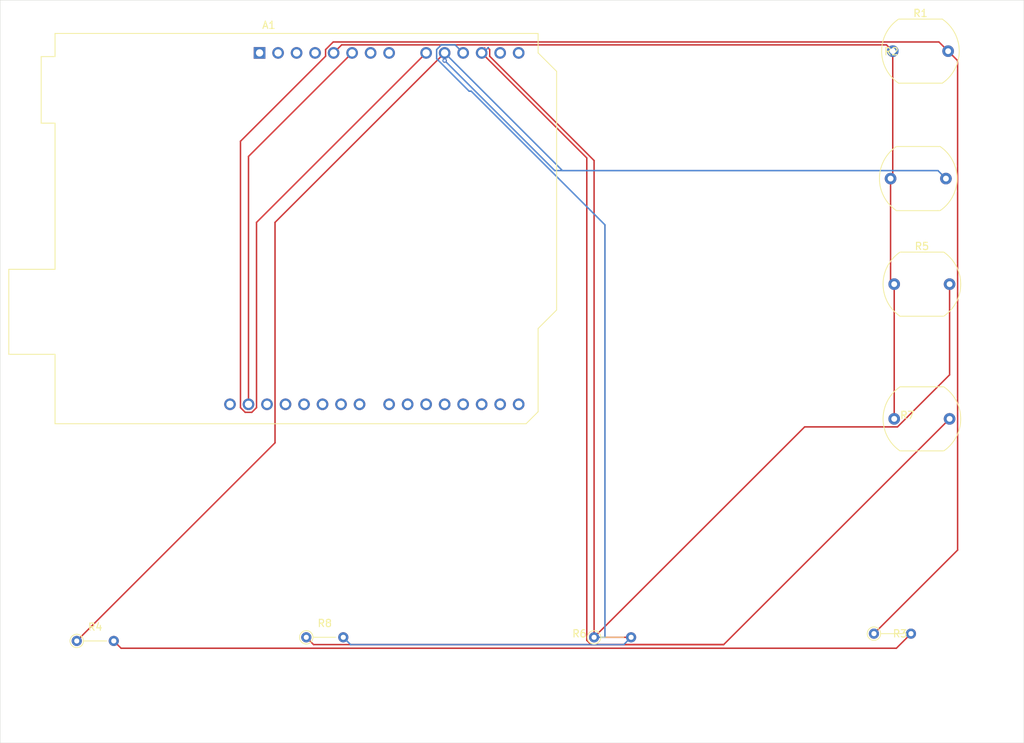
<source format=kicad_pcb>
(kicad_pcb (version 20240108) (generator "pcbnew") (generator_version "8.0")
  (layers (0 "F.Cu" signal) (31 "B.Cu" signal) (34 "B.Paste" user) (35 "F.Paste" user) (36 "B.SilkS" user "B.Silkscreen") (37 "F.SilkS" user "F.Silkscreen") (38 "B.Mask" user) (39 "F.Mask" user) (44 "Edge.Cuts" user))
  (net 0 "")
  (net 1 "Net-(A1-GND-Pad29)")
  (net 13 "Net-(A1-A3)")
  (net 17 "Net-(A1-A1)")
  (net 20 "Net-(A1-A2)")
  (net 21 "+5V")
  (net 25 "Net-(A1-A0)")
  (net 29 "Net-(R3-Pad2)")
  (net 30 "Net-(R6-Pad2)")
  (footprint "OptoDevice:R_LDR_10x8.5mm_P7.6mm_Vertical" (layer "F.Cu") (at 178.7 65.5)
    (property "Reference" "R2" (at 0.1 -17.45 0) (layer "F.SilkS"))
    (property "Value" "LDR03")
    (fp_line (start 0.8 -4.4) (end 6.8 -4.4) (stroke (width 0.12)) (layer "F.SilkS"))
    (fp_line (start 0.8 4.4) (end 6.8 4.4) (stroke (width 0.12)) (layer "F.SilkS"))
    (fp_arc (start 0.8 4.4) (mid -1.525374 0.019809) (end 0.76735 -4.37756) (stroke (width 0.12)) (layer "F.SilkS"))
    (fp_arc (start 6.8 -4.4) (mid 9.125374 -0.019809) (end 6.83265 4.37756) (stroke (width 0.12)) (layer "F.SilkS"))
    (pad "1" thru_hole circle (at 0 0) (size 1.6 1.6) (drill 0.8) (layers "*.Cu" "*.Mask") (net 21 "+5V"))
    (pad "2" thru_hole circle (at 7.6 0) (size 1.6 1.6) (drill 0.8) (layers "*.Cu" "*.Mask") (net 17 "Net-(A1-A1)"))
  )
  (footprint "Module:Arduino_UNO_R2" (layer "F.Cu") (at 92.1 48.24)
    (property "Reference" "A1" (at 1.27 -3.81 180) (layer "F.SilkS"))
    (property "Value" "Arduino_UNO_R2")
    (fp_line (start -34.42 29.72) (end -34.42 41.4) (stroke (width 0.12)) (layer "F.SilkS"))
    (fp_line (start -34.42 41.4) (end -28.07 41.4) (stroke (width 0.12)) (layer "F.SilkS"))
    (fp_line (start -29.97 0.51) (end -29.97 9.65) (stroke (width 0.12)) (layer "F.SilkS"))
    (fp_line (start -29.97 9.65) (end -28.07 9.65) (stroke (width 0.12)) (layer "F.SilkS"))
    (fp_line (start -28.07 -2.67) (end -28.07 0.51) (stroke (width 0.12)) (layer "F.SilkS"))
    (fp_line (start -28.07 0.51) (end -29.97 0.51) (stroke (width 0.12)) (layer "F.SilkS"))
    (fp_line (start -28.07 9.65) (end -28.07 29.72) (stroke (width 0.12)) (layer "F.SilkS"))
    (fp_line (start -28.07 29.72) (end -34.42 29.72) (stroke (width 0.12)) (layer "F.SilkS"))
    (fp_line (start -28.07 41.4) (end -28.07 50.93) (stroke (width 0.12)) (layer "F.SilkS"))
    (fp_line (start -28.07 50.93) (end 36.58 50.93) (stroke (width 0.12)) (layer "F.SilkS"))
    (fp_line (start 36.58 50.93) (end 38.23 49.28) (stroke (width 0.12)) (layer "F.SilkS"))
    (fp_line (start 38.23 -2.67) (end -28.07 -2.67) (stroke (width 0.12)) (layer "F.SilkS"))
    (fp_line (start 38.23 0) (end 38.23 -2.67) (stroke (width 0.12)) (layer "F.SilkS"))
    (fp_line (start 38.23 37.85) (end 40.77 35.31) (stroke (width 0.12)) (layer "F.SilkS"))
    (fp_line (start 38.23 49.28) (end 38.23 37.85) (stroke (width 0.12)) (layer "F.SilkS"))
    (fp_line (start 40.77 2.54) (end 38.23 0) (stroke (width 0.12)) (layer "F.SilkS"))
    (fp_line (start 40.77 35.31) (end 40.77 2.54) (stroke (width 0.12)) (layer "F.SilkS"))
    (pad "1" thru_hole rect (at 0 0 90) (size 1.6 1.6) (drill 1) (layers "*.Cu" "*.Mask"))
    (pad "2" thru_hole oval (at 2.54 0 90) (size 1.6 1.6) (drill 1) (layers "*.Cu" "*.Mask"))
    (pad "3" thru_hole oval (at 5.08 0 90) (size 1.6 1.6) (drill 1) (layers "*.Cu" "*.Mask"))
    (pad "4" thru_hole oval (at 7.62 0 90) (size 1.6 1.6) (drill 1) (layers "*.Cu" "*.Mask"))
    (pad "5" thru_hole oval (at 10.16 0 90) (size 1.6 1.6) (drill 1) (layers "*.Cu" "*.Mask") (net 21 "+5V"))
    (pad "6" thru_hole oval (at 12.7 0 90) (size 1.6 1.6) (drill 1) (layers "*.Cu" "*.Mask") (net 1 "Net-(A1-GND-Pad29)"))
    (pad "7" thru_hole oval (at 15.24 0 90) (size 1.6 1.6) (drill 1) (layers "*.Cu" "*.Mask") (net 1 "Net-(A1-GND-Pad29)"))
    (pad "8" thru_hole oval (at 17.78 0 90) (size 1.6 1.6) (drill 1) (layers "*.Cu" "*.Mask"))
    (pad "9" thru_hole oval (at 22.86 0 90) (size 1.6 1.6) (drill 1) (layers "*.Cu" "*.Mask") (net 25 "Net-(A1-A0)"))
    (pad "10" thru_hole oval (at 25.4 0 90) (size 1.6 1.6) (drill 1) (layers "*.Cu" "*.Mask") (net 17 "Net-(A1-A1)"))
    (pad "11" thru_hole oval (at 27.94 0 90) (size 1.6 1.6) (drill 1) (layers "*.Cu" "*.Mask") (net 20 "Net-(A1-A2)"))
    (pad "12" thru_hole oval (at 30.48 0 90) (size 1.6 1.6) (drill 1) (layers "*.Cu" "*.Mask") (net 13 "Net-(A1-A3)"))
    (pad "13" thru_hole oval (at 33.02 0 90) (size 1.6 1.6) (drill 1) (layers "*.Cu" "*.Mask"))
    (pad "14" thru_hole oval (at 35.56 0 90) (size 1.6 1.6) (drill 1) (layers "*.Cu" "*.Mask"))
    (pad "15" thru_hole oval (at 35.56 48.26 90) (size 1.6 1.6) (drill 1) (layers "*.Cu" "*.Mask"))
    (pad "16" thru_hole oval (at 33.02 48.26 90) (size 1.6 1.6) (drill 1) (layers "*.Cu" "*.Mask"))
    (pad "17" thru_hole oval (at 30.48 48.26 90) (size 1.6 1.6) (drill 1) (layers "*.Cu" "*.Mask"))
    (pad "18" thru_hole oval (at 27.94 48.26 90) (size 1.6 1.6) (drill 1) (layers "*.Cu" "*.Mask"))
    (pad "19" thru_hole oval (at 25.4 48.26 90) (size 1.6 1.6) (drill 1) (layers "*.Cu" "*.Mask"))
    (pad "20" thru_hole oval (at 22.86 48.26 90) (size 1.6 1.6) (drill 1) (layers "*.Cu" "*.Mask"))
    (pad "21" thru_hole oval (at 20.32 48.26 90) (size 1.6 1.6) (drill 1) (layers "*.Cu" "*.Mask"))
    (pad "22" thru_hole oval (at 17.78 48.26 90) (size 1.6 1.6) (drill 1) (layers "*.Cu" "*.Mask"))
    (pad "23" thru_hole oval (at 13.72 48.26 90) (size 1.6 1.6) (drill 1) (layers "*.Cu" "*.Mask"))
    (pad "24" thru_hole oval (at 11.18 48.26 90) (size 1.6 1.6) (drill 1) (layers "*.Cu" "*.Mask"))
    (pad "25" thru_hole oval (at 8.64 48.26 90) (size 1.6 1.6) (drill 1) (layers "*.Cu" "*.Mask"))
    (pad "26" thru_hole oval (at 6.1 48.26 90) (size 1.6 1.6) (drill 1) (layers "*.Cu" "*.Mask"))
    (pad "27" thru_hole oval (at 3.56 48.26 90) (size 1.6 1.6) (drill 1) (layers "*.Cu" "*.Mask"))
    (pad "28" thru_hole oval (at 1.02 48.26 90) (size 1.6 1.6) (drill 1) (layers "*.Cu" "*.Mask"))
    (pad "29" thru_hole oval (at -1.52 48.26 90) (size 1.6 1.6) (drill 1) (layers "*.Cu" "*.Mask") (net 1 "Net-(A1-GND-Pad29)"))
    (pad "30" thru_hole oval (at -4.06 48.26 90) (size 1.6 1.6) (drill 1) (layers "*.Cu" "*.Mask"))
  )
  (footprint "Resistor_THT:R_Axial_DIN0204_L3.6mm_D1.6mm_P5.08mm_Vertical" (layer "F.Cu") (at 176.42 128)
    (property "Reference" "R3" (at 3.58 0 0) (layer "F.SilkS"))
    (property "Value" "R")
    (fp_line (start 0.92 0) (end 4.08 0) (stroke (width 0.12)) (layer "F.SilkS"))
    (fp_circle (center 0 0) (end 0.92 0) (stroke (width 0.12)) (fill none) (layer "F.SilkS"))
    (pad "1" thru_hole circle (at 0 0) (size 1.4 1.4) (drill 0.7) (layers "*.Cu" "*.Mask") (net 25 "Net-(A1-A0)"))
    (pad "2" thru_hole oval (at 5.08 0) (size 1.4 1.4) (drill 0.7) (layers "*.Cu" "*.Mask") (net 29 "Net-(R3-Pad2)"))
  )
  (footprint "Resistor_THT:R_Axial_DIN0204_L3.6mm_D1.6mm_P5.08mm_Vertical" (layer "F.Cu") (at 138.01 128.5)
    (property "Reference" "R6" (at -2.01 -0.5 0) (layer "F.SilkS"))
    (property "Value" "R")
    (fp_line (start 0.92 0) (end 4.08 0) (stroke (width 0.12)) (layer "F.SilkS"))
    (fp_circle (center 0 0) (end 0.92 0) (stroke (width 0.12)) (fill none) (layer "F.SilkS"))
    (pad "1" thru_hole circle (at 0 0) (size 1.4 1.4) (drill 0.7) (layers "*.Cu" "*.Mask") (net 20 "Net-(A1-A2)"))
    (pad "2" thru_hole oval (at 5.08 0) (size 1.4 1.4) (drill 0.7) (layers "*.Cu" "*.Mask") (net 30 "Net-(R6-Pad2)"))
  )
  (footprint "OptoDevice:R_LDR_10x8.5mm_P7.6mm_Vertical" (layer "F.Cu") (at 179.2 98.5)
    (property "Reference" "R7" (at 1.8 -0.5 0) (layer "F.SilkS"))
    (property "Value" "LDR03")
    (fp_line (start 0.8 -4.4) (end 6.8 -4.4) (stroke (width 0.12)) (layer "F.SilkS"))
    (fp_line (start 0.8 4.4) (end 6.8 4.4) (stroke (width 0.12)) (layer "F.SilkS"))
    (fp_arc (start 0.8 4.4) (mid -1.525374 0.019809) (end 0.76735 -4.37756) (stroke (width 0.12)) (layer "F.SilkS"))
    (fp_arc (start 6.8 -4.4) (mid 9.125374 -0.019809) (end 6.83265 4.37756) (stroke (width 0.12)) (layer "F.SilkS"))
    (pad "1" thru_hole circle (at 0 0) (size 1.6 1.6) (drill 0.8) (layers "*.Cu" "*.Mask") (net 21 "+5V"))
    (pad "2" thru_hole circle (at 7.6 0) (size 1.6 1.6) (drill 0.8) (layers "*.Cu" "*.Mask") (net 13 "Net-(A1-A3)"))
  )
  (footprint "Resistor_THT:R_Axial_DIN0204_L3.6mm_D1.6mm_P5.08mm_Vertical" (layer "F.Cu") (at 98.51 128.5)
    (property "Reference" "R8" (at 2.54 -1.92 0) (layer "F.SilkS"))
    (property "Value" "R")
    (fp_line (start 0.92 0) (end 4.08 0) (stroke (width 0.12)) (layer "F.SilkS"))
    (fp_circle (center 0 0) (end 0.92 0) (stroke (width 0.12)) (fill none) (layer "F.SilkS"))
    (pad "1" thru_hole circle (at 0 0) (size 1.4 1.4) (drill 0.7) (layers "*.Cu" "*.Mask") (net 13 "Net-(A1-A3)"))
    (pad "2" thru_hole oval (at 5.08 0) (size 1.4 1.4) (drill 0.7) (layers "*.Cu" "*.Mask") (net 30 "Net-(R6-Pad2)"))
  )
  (footprint "OptoDevice:R_LDR_10x8.5mm_P7.6mm_Vertical" (layer "F.Cu") (at 179 48)
    (property "Reference" "R1" (at 3.8 -5.2 0) (layer "F.SilkS"))
    (property "Value" "LDR03")
    (fp_line (start 0.8 -4.4) (end 6.8 -4.4) (stroke (width 0.12)) (layer "F.SilkS"))
    (fp_line (start 0.8 4.4) (end 6.8 4.4) (stroke (width 0.12)) (layer "F.SilkS"))
    (fp_arc (start 0.8 4.4) (mid -1.525374 0.019809) (end 0.76735 -4.37756) (stroke (width 0.12)) (layer "F.SilkS"))
    (fp_arc (start 6.8 -4.4) (mid 9.125374 -0.019809) (end 6.83265 4.37756) (stroke (width 0.12)) (layer "F.SilkS"))
    (pad "1" thru_hole circle (at 0 0) (size 1.6 1.6) (drill 0.8) (layers "*.Cu" "*.Mask") (net 21 "+5V"))
    (pad "2" thru_hole circle (at 7.6 0) (size 1.6 1.6) (drill 0.8) (layers "*.Cu" "*.Mask") (net 25 "Net-(A1-A0)"))
  )
  (footprint "Resistor_THT:R_Axial_DIN0204_L3.6mm_D1.6mm_P5.08mm_Vertical" (layer "F.Cu") (at 67.01 129)
    (property "Reference" "R4" (at 2.54 -1.92 0) (layer "F.SilkS"))
    (property "Value" "R")
    (fp_line (start 0.92 0) (end 4.08 0) (stroke (width 0.12)) (layer "F.SilkS"))
    (fp_circle (center 0 0) (end 0.92 0) (stroke (width 0.12)) (fill none) (layer "F.SilkS"))
    (pad "1" thru_hole circle (at 0 0) (size 1.4 1.4) (drill 0.7) (layers "*.Cu" "*.Mask") (net 17 "Net-(A1-A1)"))
    (pad "2" thru_hole oval (at 5.08 0) (size 1.4 1.4) (drill 0.7) (layers "*.Cu" "*.Mask") (net 29 "Net-(R3-Pad2)"))
  )
  (footprint "OptoDevice:R_LDR_10x8.5mm_P7.6mm_Vertical" (layer "F.Cu") (at 179.2 80)
    (property "Reference" "R5" (at 3.8 -5.2 0) (layer "F.SilkS"))
    (property "Value" "LDR03")
    (fp_line (start 0.8 -4.4) (end 6.8 -4.4) (stroke (width 0.12)) (layer "F.SilkS"))
    (fp_line (start 0.8 4.4) (end 6.8 4.4) (stroke (width 0.12)) (layer "F.SilkS"))
    (fp_arc (start 0.8 4.4) (mid -1.525374 0.019809) (end 0.76735 -4.37756) (stroke (width 0.12)) (layer "F.SilkS"))
    (fp_arc (start 6.8 -4.4) (mid 9.125374 -0.019809) (end 6.83265 4.37756) (stroke (width 0.12)) (layer "F.SilkS"))
    (pad "1" thru_hole circle (at 0 0) (size 1.6 1.6) (drill 0.8) (layers "*.Cu" "*.Mask") (net 21 "+5V"))
    (pad "2" thru_hole circle (at 7.6 0) (size 1.6 1.6) (drill 0.8) (layers "*.Cu" "*.Mask") (net 20 "Net-(A1-A2)"))
  )
  (gr_rect (start 56.5 41) (end 197 143) (stroke (width 0.05)) (fill none) (layer "Edge.Cuts"))
  (segment (start 90.58 62.46) (end 90.58 96.5) (width 0.2) (layer "F.Cu") (net 1))
  (segment (start 104.8 48.24) (end 90.58 62.46) (width 0.2) (layer "F.Cu") (net 1))
  (segment (start 99.51 129.5) (end 98.51 128.5) (width 0.2) (layer "F.Cu") (net 13))
  (segment (start 137.01 62.67) (end 137.01 128.914214) (width 0.2) (layer "F.Cu") (net 13))
  (segment (start 137.595786 129.5) (end 155.8 129.5) (width 0.2) (layer "F.Cu") (net 13))
  (segment (start 122.58 48.24) (end 137.01 62.67) (width 0.2) (layer "F.Cu") (net 13))
  (segment (start 122.58 48.24) (end 122.58 47.96) (width 0.2) (layer "F.Cu") (net 13))
  (segment (start 123 47.54) (end 122.58 47.96) (width 0.2) (layer "F.Cu") (net 13))
  (segment (start 155.8 129.5) (end 99.51 129.5) (width 0.2) (layer "F.Cu") (net 13))
  (segment (start 137.01 128.914214) (end 137.595786 129.5) (width 0.2) (layer "F.Cu") (net 13))
  (segment (start 186.8 98.5) (end 155.8 129.5) (width 0.2) (layer "F.Cu") (net 13))
  (segment (start 122.76 48.24) (end 122.58 48.24) (width 0.2) (layer "B.Cu") (net 13))
  (segment (start 122.76 48.24) (end 123.5 47.5) (width 0.2) (layer "B.Cu") (net 13))
  (segment (start 67.01 129) (end 94.22 101.79) (width 0.2) (layer "F.Cu") (net 17))
  (segment (start 94.22 101.79) (end 94.22 71.52) (width 0.2) (layer "F.Cu") (net 17))
  (segment (start 94.22 71.52) (end 117.5 48.24) (width 0.2) (layer "F.Cu") (net 17))
  (segment (start 117.5 48.24) (end 117.5 49.29) (width 0.2) (layer "F.Cu") (net 17))
  (via (at 117.5 49.29) (size 0.6) (drill 0.3) (layers "F.Cu" "B.Cu") (net 17))
  (segment (start 186.3 65.5) (end 185.2 64.4) (width 0.2) (layer "B.Cu") (net 17))
  (segment (start 132.61 64.4) (end 185.2 64.4) (width 0.2) (layer "B.Cu") (net 17))
  (segment (start 185.2 64.4) (end 133.66 64.4) (width 0.2) (layer "B.Cu") (net 17))
  (segment (start 133.66 64.4) (end 117.5 48.24) (width 0.2) (layer "B.Cu") (net 17))
  (segment (start 117.5 49.29) (end 132.61 64.4) (width 0.2) (layer "B.Cu") (net 17))
  (segment (start 138.01 128.5) (end 166.91 99.6) (width 0.2) (layer "F.Cu") (net 20))
  (segment (start 186.8 92.455635) (end 186.8 80) (width 0.2) (layer "F.Cu") (net 20))
  (segment (start 138.01 128.5) (end 138.01 63.025635) (width 0.2) (layer "F.Cu") (net 20))
  (segment (start 179.655635 99.6) (end 186.8 92.455635) (width 0.2) (layer "F.Cu") (net 20))
  (segment (start 123.68 47.784365) (end 123.435635 47.54) (width 0.2) (layer "F.Cu") (net 20))
  (segment (start 138.01 63.025635) (end 123.68 48.695635) (width 0.2) (layer "F.Cu") (net 20))
  (segment (start 123.68 48.695635) (end 123.68 47.784365) (width 0.2) (layer "F.Cu") (net 20))
  (segment (start 166.91 99.6) (end 179.655635 99.6) (width 0.2) (layer "F.Cu") (net 20))
  (segment (start 138.01 128.5) (end 139.5 128.5) (width 0.2) (layer "B.Cu") (net 20))
  (segment (start 116.4 47.784365) (end 117.044365 47.14) (width 0.2) (layer "B.Cu") (net 20))
  (segment (start 117.044365 47.14) (end 118.94 47.14) (width 0.2) (layer "B.Cu") (net 20))
  (segment (start 139.5 71.855686) (end 121.144314 53.5) (width 0.2) (layer "B.Cu") (net 20))
  (segment (start 120.861471 53.5) (end 116.4 49.038529) (width 0.2) (layer "B.Cu") (net 20))
  (segment (start 118.94 47.14) (end 120.04 48.24) (width 0.2) (layer "B.Cu") (net 20))
  (segment (start 121.144314 53.5) (end 120.861471 53.5) (width 0.2) (layer "B.Cu") (net 20))
  (segment (start 116.4 49.038529) (end 116.4 47.784365) (width 0.2) (layer "B.Cu") (net 20))
  (segment (start 139.5 128.5) (end 139.5 71.855686) (width 0.2) (layer "B.Cu") (net 20))
  (segment (start 103.36 47.14) (end 178.14 47.14) (width 0.2) (layer "F.Cu") (net 21))
  (segment (start 102.26 48.24) (end 103.36 47.14) (width 0.2) (layer "F.Cu") (net 21))
  (segment (start 178.7 65.5) (end 178.7 79.5) (width 0.2) (layer "F.Cu") (net 21))
  (segment (start 179 48) (end 179 65.2) (width 0.2) (layer "F.Cu") (net 21))
  (segment (start 179.2 80) (end 179.2 98.5) (width 0.2) (layer "F.Cu") (net 21))
  (segment (start 179 65.2) (end 178.7 65.5) (width 0.2) (layer "F.Cu") (net 21))
  (segment (start 178.7 79.5) (end 179.2 80) (width 0.2) (layer "F.Cu") (net 21))
  (segment (start 178.14 47.14) (end 179 48) (width 0.2) (layer "F.Cu") (net 21))
  (segment (start 186.6 48) (end 187.9 49.3) (width 0.2) (layer "F.Cu") (net 25))
  (segment (start 91.68 71.52) (end 91.68 96.955635) (width 0.2) (layer "F.Cu") (net 25))
  (segment (start 89.48 96.955635) (end 89.48 60.375635) (width 0.2) (layer "F.Cu") (net 25))
  (segment (start 187.9 49.3) (end 187.9 116.52) (width 0.2) (layer "F.Cu") (net 25))
  (segment (start 101.16 47.784365) (end 102.204365 46.74) (width 0.2) (layer "F.Cu") (net 25))
  (segment (start 114.96 48.24) (end 91.68 71.52) (width 0.2) (layer "F.Cu") (net 25))
  (segment (start 185.34 46.74) (end 186.6 48) (width 0.2) (layer "F.Cu") (net 25))
  (segment (start 91.68 96.955635) (end 91.035635 97.6) (width 0.2) (layer "F.Cu") (net 25))
  (segment (start 89.48 60.375635) (end 101.16 48.695635) (width 0.2) (layer "F.Cu") (net 25))
  (segment (start 101.16 48.695635) (end 101.16 47.784365) (width 0.2) (layer "F.Cu") (net 25))
  (segment (start 187.9 116.52) (end 176.42 128) (width 0.2) (layer "F.Cu") (net 25))
  (segment (start 90.124365 97.6) (end 89.48 96.955635) (width 0.2) (layer "F.Cu") (net 25))
  (segment (start 91.035635 97.6) (end 90.124365 97.6) (width 0.2) (layer "F.Cu") (net 25))
  (segment (start 102.204365 46.74) (end 185.34 46.74) (width 0.2) (layer "F.Cu") (net 25))
  (segment (start 73.09 130) (end 179.5 130) (width 0.2) (layer "F.Cu") (net 29))
  (segment (start 179.5 130) (end 181.5 128) (width 0.2) (layer "F.Cu") (net 29))
  (segment (start 72.09 129) (end 73.09 130) (width 0.2) (layer "F.Cu") (net 29))
  (segment (start 143.09 128.5) (end 139.424214 128.5) (width 0.2) (layer "F.Cu") (net 30))
  (segment (start 142.09 129.5) (end 143.09 128.5) (width 0.2) (layer "B.Cu") (net 30))
  (segment (start 104.59 129.5) (end 142.09 129.5) (width 0.2) (layer "B.Cu") (net 30))
  (segment (start 103.59 128.5) (end 104.59 129.5) (width 0.2) (layer "B.Cu") (net 30))
)
</source>
